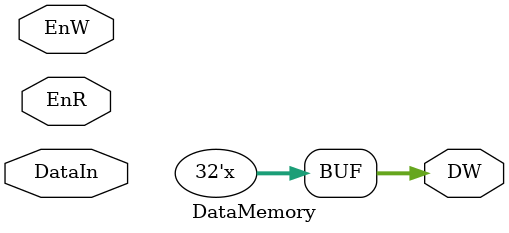
<source format=v>
`timescale 1ns/1ns

module DataMemory(
    
    //inputs
    input [31:0] DataIn,
    input EnW,
    input EnR,

    //outputs
    output reg [31:0] DW

);

reg [31:0] DataMemory [0:3];

always @*
begin
    if(EnW)
    begin
        DataMemory[1] = DataIn;
    end
    else if(EnR)
    begin
        DW = DataMemory[1];
    end
end

endmodule
</source>
